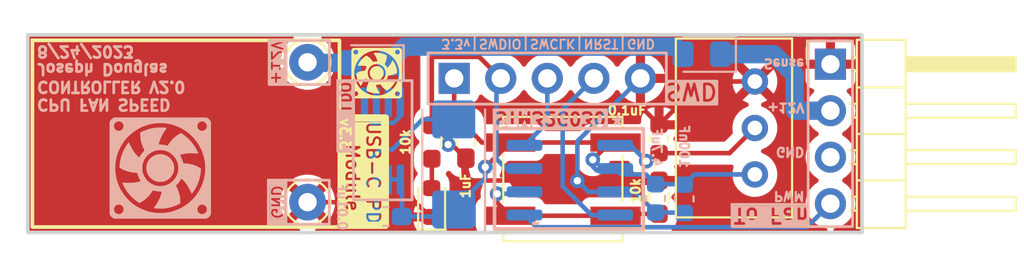
<source format=kicad_pcb>
(kicad_pcb (version 20221018) (generator pcbnew)
  (layers (0 "F.Cu" signal) (31 "B.Cu" signal) (34 "B.Paste" user) (35 "F.Paste" user) (36 "B.SilkS" user "B.Silkscreen") (37 "F.SilkS" user "F.Silkscreen") (38 "B.Mask" user) (39 "F.Mask" user) (44 "Edge.Cuts" user))
  (net 0 "")
  (net 1 "+3.3V")
  (net 2 "SWDIO")
  (net 3 "SWCLK")
  (net 4 "NRST")
  (net 5 "GND")
  (net 6 "POT_ADC")
  (net 7 "BUTTON")
  (net 8 "PWM")
  (net 9 "Sense")
  (net 10 "+12V")
  (net 11 "Net-(D1-K)")
  (net 12 "Net-(U2-BYP)")
  (net 13 "Net-(D2-A)")
  (net 16 "Net-(D3-A)")
  (footprint "LOGO" (layer "F.Cu") (at 179.030905 86.088484)
    (fp_text reference "G***" hide)
    (fp_text value "LOGO" hide)
  )
  (footprint "Connector_Pin:Pin_D1.0mm_L10.0mm" (layer "F.Cu") (at 175.26 93.141324)
    (fp_text reference "J3" hide)
    (fp_text value "Conn_01x01_Socket" hide)
    (pad "1" thru_hole circle (at 0 0) (size 2 2) (drill 1) (layers "*.Cu" "*.Mask") (net 5 "GND"))
  )
  (footprint "Potentiometer_THT:Potentiometer_Bourns_3299W_Vertical" (layer "F.Cu") (at 199.658541 91.627795 -90)
    (fp_text reference "RV1" hide)
    (fp_text value "10kohm" hide)
    (pad "1" thru_hole circle (at 0 0 270) (size 1.44 1.44) (drill 0.8) (layers "*.Cu" "*.Mask") (net 1 "+3.3V"))
    (pad "2" thru_hole circle (at -2.54 0 270) (size 1.44 1.44) (drill 0.8) (layers "*.Cu" "*.Mask") (net 6 "POT_ADC"))
    (pad "3" thru_hole circle (at -5.08 0 270) (size 1.44 1.44) (drill 0.8) (layers "*.Cu" "*.Mask") (net 5 "GND"))
  )
  (footprint "Capacitor_SMD:C_0603_1608Metric_Pad1.08x0.95mm_HandSolder" (layer "F.Cu") (at 183.895534 89.878709 -90)
    (fp_text reference "C4" hide)
    (fp_text value "1uF" (at 2.351932 0.015393 90) (layer "F.SilkS") (effects (font (size 0.5 0.5) (thickness 0.125))))
    (pad "1" smd roundrect (at -0.8625 0 270) (size 1.075 0.95) (layers "F.Cu" "F.Paste" "F.Mask") (net 1 "+3.3V"))
    (pad "2" smd roundrect (at 0.8625 0 270) (size 1.075 0.95) (layers "F.Cu" "F.Paste" "F.Mask") (net 5 "GND"))
  )
  (footprint "Button_Switch_SMD:SW_SPST_B3SL-1002P" (layer "F.Cu") (at 189.183317 91.883314 180)
    (fp_text reference "SW1" hide)
    (fp_text value "SW_Push" hide)
    (pad "1" smd rect (at -2.875 -2 180) (size 2.75 1) (layers "F.Cu" "F.Paste" "F.Mask") (net 7 "BUTTON"))
    (pad "1" smd rect (at 2.875 -2 180) (size 2.75 1) (layers "F.Cu" "F.Paste" "F.Mask") (net 7 "BUTTON"))
    (pad "2" smd rect (at -2.875 2 180) (size 2.75 1) (layers "F.Cu" "F.Paste" "F.Mask") (net 1 "+3.3V"))
    (pad "2" smd rect (at 2.875 2 180) (size 2.75 1) (layers "F.Cu" "F.Paste" "F.Mask") (net 1 "+3.3V"))
  )
  (footprint "Connector_Pin:Pin_D1.0mm_L10.0mm" (layer "F.Cu") (at 175.26 85.498104)
    (fp_text reference "J4" hide)
    (fp_text value "Conn_01x01_Socket" hide)
    (pad "1" thru_hole circle (at 0 0) (size 2 2) (drill 1) (layers "*.Cu" "*.Mask") (net 16 "Net-(D3-A)"))
  )
  (footprint "Connector_PinHeader_2.54mm:PinHeader_1x05_P2.54mm_Vertical" (layer "F.Cu") (at 183.256615 86.377322 90)
    (fp_text reference "J1" hide)
    (fp_text value "Conn_01x05_Pin" hide)
    (pad "1" thru_hole rect (at 0 0 90) (size 1.7 1.7) (drill 1) (layers "*.Cu" "*.Mask") (net 1 "+3.3V"))
    (pad "2" thru_hole oval (at 0 2.54 90) (size 1.7 1.7) (drill 1) (layers "*.Cu" "*.Mask") (net 2 "SWDIO"))
    (pad "3" thru_hole oval (at 0 5.08 90) (size 1.7 1.7) (drill 1) (layers "*.Cu" "*.Mask") (net 3 "SWCLK"))
    (pad "4" thru_hole oval (at 0 7.62 90) (size 1.7 1.7) (drill 1) (layers "*.Cu" "*.Mask") (net 4 "NRST"))
    (pad "5" thru_hole oval (at 0 10.16 90) (size 1.7 1.7) (drill 1) (layers "*.Cu" "*.Mask") (net 5 "GND"))
  )
  (footprint "LED_SMD:LED_0603_1608Metric" (layer "F.Cu") (at 182.024921 93.162645 90)
    (fp_text reference "D2" hide)
    (fp_text value "LED")
    (pad "1" smd roundrect (at -0.7875 0 90) (size 0.875 0.95) (layers "F.Cu" "F.Paste" "F.Mask") (net 5 "GND"))
    (pad "2" smd roundrect (at 0.7875 0 90) (size 0.875 0.95) (layers "F.Cu" "F.Paste" "F.Mask") (net 13 "Net-(D2-A)"))
  )
  (footprint "Resistor_SMD:R_0603_1608Metric_Pad0.98x0.95mm_HandSolder" (layer "F.Cu") (at 182.037858 89.855488 -90)
    (fp_text reference "R2" hide)
    (fp_text value "10k" (at 0 1.43 90) (layer "F.SilkS") (effects (font (size 0.5 0.5) (thickness 0.125))))
    (pad "1" smd roundrect (at -0.9125 0 270) (size 0.975 0.95) (layers "F.Cu" "F.Paste" "F.Mask") (net 2 "SWDIO"))
    (pad "2" smd roundrect (at 0.9125 0 270) (size 0.975 0.95) (layers "F.Cu" "F.Paste" "F.Mask") (net 13 "Net-(D2-A)"))
  )
  (footprint "Connector_PinHeader_2.54mm:PinHeader_1x04_P2.54mm_Horizontal" (layer "F.Cu") (at 203.780224 85.604013)
    (fp_text reference "M1" hide)
    (fp_text value "Fan_CPU_4pin" hide)
    (pad "1" thru_hole rect (at 0 0) (size 1.7 1.7) (drill 1) (layers "*.Cu" "*.Mask") (net 5 "GND"))
    (pad "2" thru_hole oval (at 0 2.54) (size 1.7 1.7) (drill 1) (layers "*.Cu" "*.Mask") (net 11 "Net-(D1-K)"))
    (pad "3" thru_hole oval (at 0 5.08) (size 1.7 1.7) (drill 1) (layers "*.Cu" "*.Mask") (net 9 "Sense"))
    (pad "4" thru_hole oval (at 0 7.62) (size 1.7 1.7) (drill 1) (layers "*.Cu" "*.Mask") (net 8 "PWM"))
  )
  (footprint "Capacitor_SMD:C_0603_1608Metric" (layer "F.Cu") (at 194.429993 89.688575 90)
    (fp_text reference "C1" hide)
    (fp_text value "0.1uF" (at 1.563204 -1.746691) (layer "F.SilkS") (effects (font (size 0.5 0.5) (thickness 0.125))))
    (pad "1" smd roundrect (at -0.775 0 90) (size 0.9 0.95) (layers "F.Cu" "F.Paste" "F.Mask") (net 6 "POT_ADC"))
    (pad "2" smd roundrect (at 0.775 0 90) (size 0.9 0.95) (layers "F.Cu" "F.Paste" "F.Mask") (net 5 "GND"))
  )
  (footprint "Resistor_SMD:R_0603_1608Metric_Pad0.98x0.95mm_HandSolder" (layer "F.Cu") (at 194.429177 92.869904 90)
    (fp_text reference "R1" hide)
    (fp_text value "10k" (at 0.344243 -1.270298 90) (layer "F.SilkS") (effects (font (size 0.5 0.5) (thickness 0.125))))
    (pad "1" smd roundrect (at -0.9125 0 90) (size 0.975 0.95) (layers "F.Cu" "F.Paste" "F.Mask") (net 7 "BUTTON"))
    (pad "2" smd roundrect (at 0.9125 0 90) (size 0.975 0.95) (layers "F.Cu" "F.Paste" "F.Mask") (net 5 "GND"))
  )
  (footprint "Capacitor_SMD:C_0603_1608Metric" (layer "B.Cu") (at 195.803147 92.961749 -90)
    (fp_text reference "C2" hide)
    (fp_text value "100nF" (at -2.860797 -0.000259 -90 unlocked) (layer "B.SilkS") (effects (font (size 0.5 0.5) (thickness 0.125) bold) (justify mirror)))
    (pad "1" smd roundrect (at -0.775 0 270) (size 0.9 0.95) (layers "B.Cu" "B.Paste" "B.Mask") (net 1 "+3.3V"))
    (pad "2" smd roundrect (at 0.775 0 270) (size 0.9 0.95) (layers "B.Cu" "B.Paste" "B.Mask") (net 5 "GND"))
  )
  (footprint "Capacitor_SMD:C_0603_1608Metric" (layer "B.Cu") (at 194.246462 92.93623 -90)
    (fp_text reference "C3" hide)
    (fp_text value "4.7uF" (at -2.78724 -0.058155 -90 unlocked) (layer "B.SilkS") (effects (font (size 0.5 0.5) (thickness 0.125)) (justify mirror)))
    (pad "1" smd roundrect (at -0.775 0 270) (size 0.9 0.95) (layers "B.Cu" "B.Paste" "B.Mask") (net 1 "+3.3V"))
    (pad "2" smd roundrect (at 0.775 0 270) (size 0.9 0.95) (layers "B.Cu" "B.Paste" "B.Mask") (net 5 "GND"))
  )
  (footprint "Diode_SMD:D_0805_2012Metric_Pad1.15x1.40mm_HandSolder" (layer "B.Cu") (at 196.763533 85.057692 180)
    (fp_text reference "D1" hide)
    (fp_text value "D_Schottky" hide)
    (pad "1" smd roundrect (at -1.025 0 180) (size 1.15 1.4) (layers "B.Cu" "B.Paste" "B.Mask") (roundrect_rratio 0.2173913043) (net 11 "Net-(D1-K)"))
    (pad "2" smd roundrect (at 1.025 0 180) (size 1.15 1.4) (layers "B.Cu" "B.Paste" "B.Mask") (roundrect_rratio 0.2173913043) (net 10 "+12V"))
  )
  (footprint "Diode_SMD:D_0805_2012Metric_Pad1.15x1.40mm_HandSolder" (layer "B.Cu") (at 178.640509 85.529802 180)
    (fp_text reference "D3" hide)
    (fp_text value "D_Schottky" hide)
    (pad "1" smd roundrect (at -1.025 0 180) (size 1.15 1.4) (layers "B.Cu" "B.Paste" "B.Mask") (roundrect_rratio 0.2173913043) (net 10 "+12V"))
    (pad "2" smd roundrect (at 1.025 0 180) (size 1.15 1.4) (layers "B.Cu" "B.Paste" "B.Mask") (roundrect_rratio 0.2173913043) (net 16 "Net-(D3-A)"))
  )
  (footprint "LOGO" (layer "B.Cu") (at 167.225453 91.278187 180)
    (fp_text reference "G***" hide)
    (fp_text value "LOGO" hide)
  )
  (footprint "Capacitor_SMD:C_0603_1608Metric_Pad1.08x0.95mm_HandSolder" (layer "B.Cu") (at 179.533051 93.927329)
    (fp_text reference "C5" hide)
    (fp_text value "0.01uF" (at -2.3838 -0.535356 -90 unlocked) (layer "B.SilkS") (effects (font (size 0.5 0.5) (thickness 0.125)) (justify mirror)))
    (pad "1" smd roundrect (at -0.8625 0) (size 1.075 0.95) (layers "B.Cu" "B.Paste" "B.Mask") (net 12 "Net-(U2-BYP)"))
    (pad "2" smd roundrect (at 0.8625 0) (size 1.075 0.95) (layers "B.Cu" "B.Paste" "B.Mask") (net 1 "+3.3V"))
  )
  (footprint "Package_SO:MSOP-8_3x3mm_P0.65mm" (layer "B.Cu") (at 179.340662 89.789742 90)
    (fp_text reference "U2" hide)
    (fp_text value "LT1962-3.3" hide)
    (pad "1" smd roundrect (at -2.1125 0.975 90) (size 1.625 0.4) (layers "B.Cu" "B.Paste" "B.Mask") (net 1 "+3.3V"))
    (pad "2" smd roundrect (at -2.1125 0.325 90) (size 1.625 0.4) (layers "B.Cu" "B.Paste" "B.Mask") (net 1 "+3.3V"))
    (pad "3" smd roundrect (at -2.1125 -0.325 90) (size 1.625 0.4) (layers "B.Cu" "B.Paste" "B.Mask") (net 12 "Net-(U2-BYP)"))
    (pad "4" smd roundrect (at -2.1125 -0.975 90) (size 1.625 0.4) (layers "B.Cu" "B.Paste" "B.Mask") (net 5 "GND"))
    (pad "5" smd roundrect (at 2.1125 -0.975 90) (size 1.625 0.4) (layers "B.Cu" "B.Paste" "B.Mask") (net 10 "+12V"))
    (pad "6" smd roundrect (at 2.1125 -0.325 90) (size 1.625 0.4) (layers "B.Cu" "B.Paste" "B.Mask"))
    (pad "7" smd roundrect (at 2.1125 0.325 90) (size 1.625 0.4) (layers "B.Cu" "B.Paste" "B.Mask"))
    (pad "8" smd roundrect (at 2.1125 0.975 90) (size 1.625 0.4) (layers "B.Cu" "B.Paste" "B.Mask") (net 10 "+12V"))
  )
  (footprint "Package_SO:SOIC-8_3.9x4.9mm_P1.27mm" (layer "B.Cu") (at 189.565919 91.941882 180)
    (fp_text reference "U1" hide)
    (fp_text value "STM32G030J6Mx" hide)
    (fp_text user "*" (at -3.08246 2.364571 unlocked) (layer "B.SilkS") (effects (justify left bottom mirror)))
    (pad "1" smd roundrect (at -2.475 1.905 180) (size 1.95 0.6) (layers "B.Cu" "B.Paste" "B.Mask") (net 6 "POT_ADC"))
    (pad "2" smd roundrect (at -2.475 0.635 180) (size 1.95 0.6) (layers "B.Cu" "B.Paste" "B.Mask") (net 1 "+3.3V"))
    (pad "3" smd roundrect (at -2.475 -0.635 180) (size 1.95 0.6) (layers "B.Cu" "B.Paste" "B.Mask") (net 5 "GND"))
    (pad "4" smd roundrect (at -2.475 -1.905 180) (size 1.95 0.6) (layers "B.Cu" "B.Paste" "B.Mask") (net 4 "NRST"))
    (pad "5" smd roundrect (at 2.475 -1.905 180) (size 1.95 0.6) (layers "B.Cu" "B.Paste" "B.Mask") (net 8 "PWM"))
    (pad "6" smd roundrect (at 2.475 -0.635 180) (size 1.95 0.6) (layers "B.Cu" "B.Paste" "B.Mask") (net 7 "BUTTON"))
    (pad "7" smd roundrect (at 2.475 0.635 180) (size 1.95 0.6) (layers "B.Cu" "B.Paste" "B.Mask") (net 2 "SWDIO"))
    (pad "8" smd roundrect (at 2.475 1.905 180) (size 1.95 0.6) (layers "B.Cu" "B.Paste" "B.Mask") (net 3 "SWCLK"))
  )
  (footprint "Capacitor_Tantalum_SMD:CP_EIA-6032-15_Kemet-U" (layer "B.Cu") (at 183.230799 91.082752 90)
    (fp_text reference "C6" hide)
    (fp_text value "10uF")
    (pad "1" smd roundrect (at -2.4625 0 90) (size 2.075 2.35) (layers "B.Cu" "B.Paste" "B.Mask") (roundrect_rratio 0.1204819277) (net 1 "+3.3V"))
    (pad "2" smd roundrect (at 2.4625 0 90) (size 2.075 2.35) (layers "B.Cu" "B.Paste" "B.Mask") (roundrect_rratio 0.1204819277) (net 5 "GND"))
  )
  (gr_rect (start 194.830439 86.528081) (end 197.584045 87.786714) (stroke (width 0.15)) (fill none) (layer "B.SilkS"))
  (gr_rect (start 174.083105 84.301433) (end 176.456948 86.712367) (stroke (width 0.15)) (fill none) (layer "B.SilkS"))
  (gr_rect (start 173.121822 91.939921) (end 174.073078 94.353174) (stroke (width 0.15)) (fill none) (layer "B.SilkS"))
  (gr_rect (start 181.830439 84.986335) (end 194.830439 87.786335) (stroke (width 0.15)) (fill none) (layer "B.SilkS"))
  (gr_rect (start 176.9062 86.501126) (end 177.763412 90.363532) (stroke (width 0.15)) (fill none) (layer "B.SilkS"))
  (gr_rect (start 173.165096 84.302187) (end 174.083105 86.712367) (stroke (width 0.15)) (fill none) (layer "B.SilkS"))
  (gr_rect (start 173.169216 94.131179) (end 173.987285 94.242453) (stroke (width 0.15)) (fill none) (layer "B.SilkS"))
  (gr_rect (start 202.565565 84.332381) (end 204.985772 94.477603) (stroke (width 0.15)) (fill none) (layer "B.SilkS"))
  (gr_rect (start 185.431086 88.095149) (end 191.567893 89.126003) (stroke (width 0.15)) (fill none) (layer "B.SilkS"))
  (gr_line (start 187.6 94.3) (end 187.8 94.3) (stroke (width 0.2)) (layer "B.SilkS"))
  (gr_rect (start 185.456058 89.11976) (end 193.571566 94.603588) (stroke (width 0.2)) (fill none) (layer "B.SilkS"))
  (gr_rect (start 173.121822 92.045824) (end 173.939891 92.157098) (stroke (width 0.15)) (fill none) (layer "B.SilkS"))
  (gr_rect (start 174.073078 91.939921) (end 176.446921 94.350855) (stroke (width 0.15)) (fill none) (layer "B.SilkS"))
  (gr_rect (start 177.764992 86.500581) (end 180.957973 93.016345) (stroke (width 0.15)) (fill none) (layer "B.SilkS"))
  (gr_rect (start 198.413916 93.267023) (end 202.565565 94.477603) (stroke (width 0.15)) (fill none) (layer "B.SilkS"))
  (gr_rect (start 160.25 84.3) (end 177 94.5) (stroke (width 0.2)) (fill none) (layer "F.SilkS"))
  (gr_rect (start 177.1 88.54) (end 179.5 94.405) (stroke (width 0.4)) (fill none) (layer "F.SilkS"))
  (gr_rect (start 160 84) (end 205.5 94.8) (stroke (width 0.2)) (fill none) (layer "Edge.Cuts"))
  (gr_text "GND" (at 173.239278 94.120122 -90) (layer "B.SilkS" knockout) (effects (font (size 0.6 0.6) (thickness 0.1) bold) (justify left bottom mirror)))
  (gr_text "3.3v LDO" (at 176.988523 90.382098 270) (layer "B.SilkS" knockout) (effects (font (size 0.55 0.55) (thickness 0.125)) (justify left bottom mirror)))
  (gr_text "3.3v|SWDIO|SWCLK|NRST|GND" (at 182.498456 84.197358 180) (layer "B.SilkS") (effects (font (size 0.5 0.5) (thickness 0.1) bold) (justify left bottom mirror)))
  (gr_text "SWD" (at 194.70727 87.614144 180) (layer "B.SilkS" knockout) (effects (font (size 0.9 0.9) (thickness 0.15) bold) (justify left top mirror)))
  (gr_text "To Fan" (at 198.420851 93.398903 180) (layer "B.SilkS" knockout) (effects (font (size 0.8 0.8)) (justify left bottom mirror)))
  (gr_text "STM32G030" (at 185.394141 88.968956 180) (layer "B.SilkS" knockout) (effects (font (size 0.7 0.7) (thickness 0.15) bold) (justify left top mirror)))
  (gr_text "CPU FAN SPEED \nCONTROLLER V2.0\nJoseph Douglas \n8/24/2023" (at 160.418164 84.558171 180) (layer "B.SilkS") (effects (font (size 0.6 0.6)) (justify left bottom mirror)))
  (gr_text "+12V" (at 173.23653 86.783115 -90) (layer "B.SilkS" knockout) (effects (font (size 0.6 0.6) (thickness 0.1) bold) (justify left bottom mirror)))
  (gr_text "PWM\n\n\nGND\n\n\n+12V\n\n\nSense" (at 202.426472 85.272818 180) (layer "B.SilkS") (effects (font (size 0.5 0.5) (thickness 0.125)) (justify right bottom mirror)))
  (gr_text "USB-C PD\n Module" (at 177.3 91.538178 270) (layer "F.SilkS" knockout) (effects (font (size 0.7 0.7) (thickness 0.125)) (justify bottom)))
  (segment (start 184.970856 91.220775) (end 186.308317 89.883314) (width 0.25) (layer "F.Cu") (net 1))
  (segment (start 184.775139 89.883314) (end 186.308317 89.883314) (width 0.25) (layer "F.Cu") (net 1))
  (segment (start 183.256615 88.36479) (end 183.256615 86.377322) (width 0.25) (layer "F.Cu") (net 1))
  (segment (start 192.058317 89.883314) (end 186.308317 89.883314) (width 0.25) (layer "F.Cu") (net 1))
  (segment (start 184.950546 91.220775) (end 184.970856 91.220775) (width 0.25) (layer "F.Cu") (net 1))
  (segment (start 191.756158 89.883314) (end 190.817658 90.821814) (width 0.25) (layer "F.Cu") (net 1))
  (segment (start 183.895534 89.003709) (end 183.256615 88.36479) (width 0.25) (layer "F.Cu") (net 1))
  (segment (start 192.058317 89.883314) (end 191.756158 89.883314) (width 0.25) (layer "F.Cu") (net 1))
  (segment (start 183.895534 89.003709) (end 184.775139 89.883314) (width 0.25) (layer "F.Cu") (net 1))
  (via (at 190.817658 90.821814) (size 0.8) (drill 0.4) (layers "F.Cu" "B.Cu") (net 1))
  (via (at 184.950546 91.220775) (size 0.8) (drill 0.4) (layers "F.Cu" "B.Cu") (net 1))
  (segment (start 184.950546 91.825505) (end 183.230799 93.545252) (width 0.25) (layer "B.Cu") (net 1))
  (segment (start 195.777628 92.16123) (end 195.803147 92.186749) (width 0.25) (layer "B.Cu") (net 1))
  (segment (start 192.359132 91.625095) (end 193.710327 91.625095) (width 0.25) (layer "B.Cu") (net 1))
  (segment (start 191.936156 91.411645) (end 192.040919 91.306882) (width 0.25) (layer "B.Cu") (net 1))
  (segment (start 194.246462 92.16123) (end 195.777628 92.16123) (width 0.25) (layer "B.Cu") (net 1))
  (segment (start 193.710327 91.625095) (end 194.246462 92.16123) (width 0.25) (layer "B.Cu") (net 1))
  (segment (start 195.803147 92.186749) (end 196.362101 91.627795) (width 0.25) (layer "B.Cu") (net 1))
  (segment (start 184.950546 91.220775) (end 184.950546 91.825505) (width 0.25) (layer "B.Cu") (net 1))
  (segment (start 191.038743 91.411645) (end 191.936156 91.411645) (width 0.25) (layer "B.Cu") (net 1))
  (segment (start 179.665662 91.902242) (end 180.315662 91.902242) (width 0.25) (layer "B.Cu") (net 1))
  (segment (start 180.395551 93.927329) (end 182.848722 93.927329) (width 0.25) (layer "B.Cu") (net 1))
  (segment (start 190.817658 90.821814) (end 190.817658 91.19056) (width 0.25) (layer "B.Cu") (net 1))
  (segment (start 182.848722 93.927329) (end 183.230799 93.545252) (width 0.25) (layer "B.Cu") (net 1))
  (segment (start 190.817658 91.19056) (end 191.038743 91.411645) (width 0.25) (layer "B.Cu") (net 1))
  (segment (start 196.362101 91.627795) (end 199.658541 91.627795) (width 0.25) (layer "B.Cu") (net 1))
  (segment (start 192.040919 91.306882) (end 192.359132 91.625095) (width 0.25) (layer "B.Cu") (net 1))
  (segment (start 180.408051 93.927329) (end 180.408051 91.994631) (width 0.25) (layer "B.Cu") (net 1))
  (segment (start 184.621615 85.202322) (end 182.081615 85.202322) (width 0.25) (layer "F.Cu") (net 2))
  (segment (start 185.796615 86.377322) (end 184.621615 85.202322) (width 0.25) (layer "F.Cu") (net 2))
  (segment (start 182.081615 85.202322) (end 182.037858 85.246079) (width 0.25) (layer "F.Cu") (net 2))
  (segment (start 182.037858 85.246079) (end 182.037858 88.942988) (width 0.25) (layer "F.Cu") (net 2))
  (segment (start 186.089928 91.306882) (end 185.562978 90.779932) (width 0.25) (layer "B.Cu") (net 2))
  (segment (start 185.562978 86.610959) (end 185.796615 86.377322) (width 0.25) (layer "B.Cu") (net 2))
  (segment (start 187.090919 91.306882) (end 186.089928 91.306882) (width 0.25) (layer "B.Cu") (net 2))
  (segment (start 185.562978 90.779932) (end 185.562978 86.610959) (width 0.25) (layer "B.Cu") (net 2))
  (segment (start 187.090919 90.036882) (end 188.336615 88.791186) (width 0.25) (layer "B.Cu") (net 3))
  (segment (start 188.336615 88.791186) (end 188.336615 86.377322) (width 0.25) (layer "B.Cu") (net 3))
  (segment (start 192.040919 93.846882) (end 190.745595 93.846882) (width 0.25) (layer "B.Cu") (net 4))
  (segment (start 189.174794 88.079143) (end 190.876615 86.377322) (width 0.25) (layer "B.Cu") (net 4))
  (segment (start 190.745595 93.846882) (end 189.174794 92.276081) (width 0.25) (layer "B.Cu") (net 4))
  (segment (start 189.174794 92.276081) (end 189.174794 88.079143) (width 0.25) (layer "B.Cu") (net 4))
  (segment (start 182.927982 89.993915) (end 183.13574 89.993915) (width 0.25) (layer "F.Cu") (net 5))
  (segment (start 175.70019 92.701134) (end 175.26 93.141324) (width 0.25) (layer "F.Cu") (net 5))
  (segment (start 196.795773 86.547795) (end 194.429993 88.913575) (width 0.25) (layer "F.Cu") (net 5))
  (segment (start 182.037858 94.042982) (end 183.895534 92.185306) (width 0.25) (layer "F.Cu") (net 5))
  (segment (start 183.13574 89.993915) (end 183.895534 90.753709) (width 0.25) (layer "F.Cu") (net 5))
  (segment (start 199.658541 86.547795) (end 196.795773 86.547795) (width 0.25) (layer "F.Cu") (net 5))
  (segment (start 184.123436 91.957404) (end 194.429177 91.957404) (width 0.25) (layer "F.Cu") (net 5))
  (segment (start 193.416615 87.900197) (end 194.429993 88.913575) (width 0.25) (layer "F.Cu") (net 5))
  (segment (start 193.416615 86.377322) (end 193.416615 87.900197) (width 0.25) (layer "F.Cu") (net 5))
  (segment (start 200.602323 85.604013) (end 199.658541 86.547795) (width 0.25) (layer "F.Cu") (net 5))
  (segment (start 203.780224 85.604013) (end 200.602323 85.604013) (width 0.25) (layer "F.Cu") (net 5))
  (segment (start 181.1362 93.141324) (end 175.26 93.141324) (width 0.25) (layer "F.Cu") (net 5))
  (segment (start 182.037858 94.042982) (end 181.1362 93.141324) (width 0.25) (layer "F.Cu") (net 5))
  (segment (start 183.895534 92.185306) (end 183.895534 90.753709) (width 0.25) (layer "F.Cu") (net 5))
  (segment (start 183.895534 92.185306) (end 184.123436 91.957404) (width 0.25) (layer "F.Cu") (net 5))
  (via (at 189.976447 91.971252) (size 0.8) (drill 0.4) (layers "F.Cu" "B.Cu") (net 5))
  (via (at 182.927982 89.993915) (size 0.8) (drill 0.4) (layers "F.Cu" "B.Cu") (net 5))
  (segment (start 178.365662 91.902242) (end 178.365662 91.138701) (width 0.25) (layer "B.Cu") (net 5))
  (segment (start 181.529227 88.620252) (end 183.230799 88.620252) (width 0.25) (layer "B.Cu") (net 5))
  (segment (start 183.230799 88.862126) (end 182.927982 89.164943) (width 0.25) (layer "B.Cu") (net 5))
  (segment (start 194.246462 93.71123) (end 195.777628 93.71123) (width 0.25) (layer "B.Cu") (net 5))
  (segment (start 190.582077 92.576882) (end 192.040919 92.576882) (width 0.25) (layer "B.Cu") (net 5))
  (segment (start 193.112114 92.576882) (end 192.040919 92.576882) (width 0.25) (layer "B.Cu") (net 5))
  (segment (start 189.976447 91.971252) (end 189.976447 89.81749) (width 0.25) (layer "B.Cu") (net 5))
  (segment (start 178.365662 91.138701) (end 179.235812 90.268551) (width 0.25) (layer "B.Cu") (net 5))
  (segment (start 189.976447 91.971252) (end 190.582077 92.576882) (width 0.25) (layer "B.Cu") (net 5))
  (segment (start 189.976447 89.81749) (end 193.416615 86.377322) (width 0.25) (layer "B.Cu") (net 5))
  (segment (start 179.880928 90.268551) (end 181.529227 88.620252) (width 0.25) (layer "B.Cu") (net 5))
  (segment (start 194.246462 93.71123) (end 193.112114 92.576882) (width 0.25) (layer "B.Cu") (net 5))
  (segment (start 179.235812 90.268551) (end 179.880928 90.268551) (width 0.25) (layer "B.Cu") (net 5))
  (segment (start 195.777628 93.71123) (end 195.803147 93.736749) (width 0.25) (layer "B.Cu") (net 5))
  (segment (start 182.927982 89.164943) (end 182.927982 89.993915) (width 0.25) (layer "B.Cu") (net 5))
  (segment (start 183.230799 88.620252) (end 183.230799 88.862126) (width 0.25) (layer "B.Cu") (net 5))
  (segment (start 199.650512 89.087795) (end 199.658541 89.087795) (width 0.25) (layer "F.Cu") (net 6))
  (segment (start 193.737191 90.900095) (end 193.993473 90.900095) (width 0.25) (layer "F.Cu") (net 6))
  (segment (start 193.993473 90.900095) (end 194.429993 90.463575) (width 0.25) (layer "F.Cu") (net 6))
  (segment (start 194.429993 90.463575) (end 198.274732 90.463575) (width 0.25) (layer "F.Cu") (net 6))
  (segment (start 198.274732 90.463575) (end 199.650512 89.087795) (width 0.25) (layer "F.Cu") (net 6))
  (via (at 193.737191 90.900095) (size 0.8) (drill 0.4) (layers "F.Cu" "B.Cu") (net 6))
  (segment (start 193.737191 90.900095) (end 192.873978 90.036882) (width 0.25) (layer "B.Cu") (net 6))
  (segment (start 192.873978 90.036882) (end 192.040919 90.036882) (width 0.25) (layer "B.Cu") (net 6))
  (segment (start 192.159227 93.782404) (end 192.058317 93.883314) (width 0.25) (layer "F.Cu") (net 7))
  (segment (start 185.601896 93.176893) (end 186.308317 93.883314) (width 0.25) (layer "F.Cu") (net 7))
  (segment (start 192.058317 93.883314) (end 186.308317 93.883314) (width 0.25) (layer "F.Cu") (net 7))
  (segment (start 194.429177 93.782404) (end 192.159227 93.782404) (width 0.25) (layer "F.Cu") (net 7))
  (segment (start 185.601896 92.681904) (end 185.601896 93.176893) (width 0.25) (layer "F.Cu") (net 7))
  (via (at 185.601896 92.681904) (size 0.8) (drill 0.4) (layers "F.Cu" "B.Cu") (net 7))
  (segment (start 186.985897 92.681904) (end 187.090919 92.576882) (width 0.25) (layer "B.Cu") (net 7))
  (segment (start 185.601896 92.681904) (end 186.985897 92.681904) (width 0.25) (layer "B.Cu") (net 7))
  (segment (start 187.090919 93.846882) (end 187.755786 94.511749) (width 0.25) (layer "B.Cu") (net 8))
  (segment (start 187.755786 94.511749) (end 202.492488 94.511749) (width 0.25) (layer "B.Cu") (net 8))
  (segment (start 202.492488 94.511749) (end 203.780224 93.224013) (width 0.25) (layer "B.Cu") (net 8))
  (segment (start 180.550183 84.645128) (end 195.325969 84.645128) (width 1) (layer "B.Cu") (net 10))
  (segment (start 178.365662 87.677242) (end 178.365662 88.440783) (width 0.25) (layer "B.Cu") (net 10))
  (segment (start 180.315662 87.677242) (end 180.315662 86.179955) (width 0.25) (layer "B.Cu") (net 10))
  (segment (start 180.315662 86.179955) (end 179.665509 85.529802) (width 0.25) (layer "B.Cu") (net 10))
  (segment (start 179.941703 88.814742) (end 180.315662 88.440783) (width 0.25) (layer "B.Cu") (net 10))
  (segment (start 179.665509 85.529802) (end 180.550183 84.645128) (width 1) (layer "B.Cu") (net 10))
  (segment (start 195.325969 84.645128) (end 195.738533 85.057692) (width 1) (layer "B.Cu") (net 10))
  (segment (start 178.365662 88.440783) (end 178.739621 88.814742) (width 0.25) (layer "B.Cu") (net 10))
  (segment (start 178.739621 88.814742) (end 179.941703 88.814742) (width 0.25) (layer "B.Cu") (net 10))
  (segment (start 201.825387 86.189176) (end 200.693903 85.057692) (width 1) (layer "B.Cu") (net 11))
  (segment (start 203.780224 88.144013) (end 201.857066 88.144013) (width 1) (layer "B.Cu") (net 11))
  (segment (start 200.693903 85.057692) (end 197.788533 85.057692) (width 1) (layer "B.Cu") (net 11))
  (segment (start 201.857066 88.144013) (end 201.825387 88.112334) (width 1) (layer "B.Cu") (net 11))
  (segment (start 201.825387 88.112334) (end 201.825387 86.189176) (width 1) (layer "B.Cu") (net 11))
  (segment (start 179.015662 93.569718) (end 179.015662 91.902242) (width 0.25) (layer "B.Cu") (net 12))
  (segment (start 178.658051 93.927329) (end 179.015662 93.569718) (width 0.25) (layer "B.Cu") (net 12))
  (segment (start 182.037858 92.292982) (end 182.037858 90.767988) (width 0.25) (layer "F.Cu") (net 13))
  (segment (start 177.615509 85.529802) (end 175.291698 85.529802) (width 1) (layer "B.Cu") (net 16))
  (zone (net 5) (net_name "GND") (layer "F.Cu") (connect_pads (clearance 0.5)) (min_thickness 0.25) (fill yes (thermal_gap 0.5) (thermal_bridge_width 0.5))
    (polygon (pts (xy 206.743349 82.095119) (xy 158.483349 82.095119) (xy 158.483349 97.335119) (xy 206.743349 97.335119)))
  )
)
</source>
